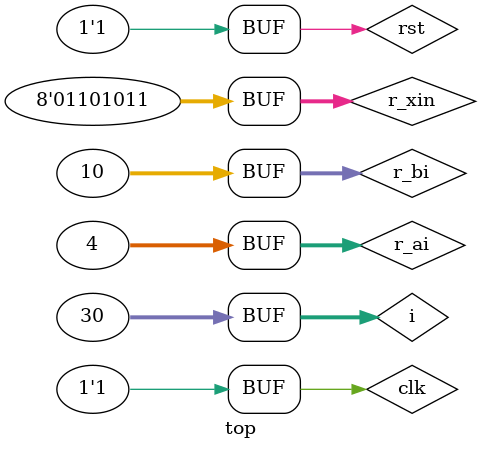
<source format=v>
`include "RDA_32bit.v"

module top;

reg signed [31:0]r_ai,r_bi;
reg [7:0] r_xin;
reg clk,rst;

wire signed [31:0]si;
wire[7:0]xout;

adder ad_0(si,xout,r_ai,r_bi,r_xin,clk,rst);

integer i;

initial
begin
	#0 r_xin="k"; r_ai=-10; r_bi=10;
	#7 r_xin="k"; r_ai=352; r_bi=18;
	#7 r_xin="k"; r_ai=4; r_bi=10;
end

initial
begin
	clk=1;
	rst=0;
	rst=1;
	
	for (i=0;i<30;i++)
		#1 clk=~clk;
end

initial begin
 	$monitor($time,"\tNumber1: %0d\tNumber2: %0d; \tSum: %0d",r_ai,r_bi,si);
end
endmodule
</source>
